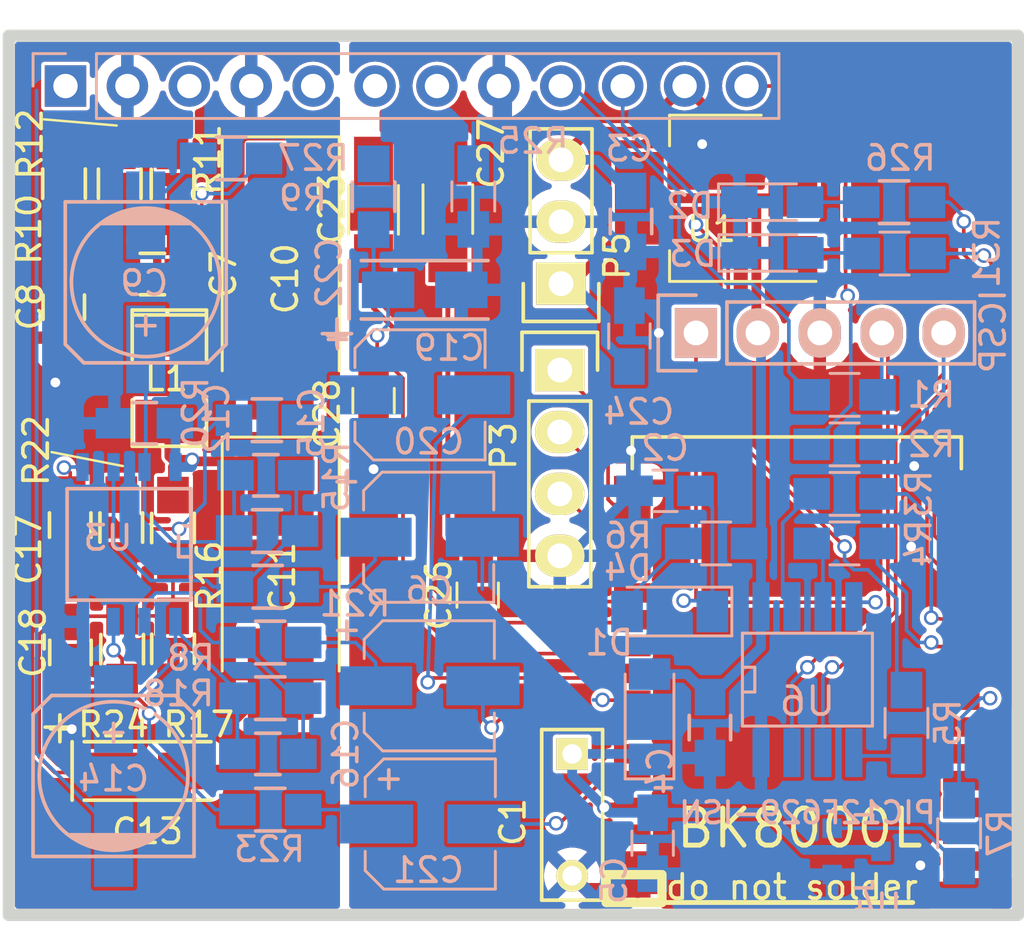
<source format=kicad_pcb>
(kicad_pcb (version 20211014) (generator pcbnew)
  (title_block (date "25 feb 2014"))
  (layers (0 "F.Cu" signal "Front") (31 "B.Cu" signal "Back") (34 "B.Paste" user) (35 "F.Paste" user) (36 "B.SilkS" user "B.Silkscreen") (37 "F.SilkS" user "F.Silkscreen") (38 "B.Mask" user) (39 "F.Mask" user) (44 "Edge.Cuts" user))
  (net 0 "")
  (net 1 "+5V")
  (net 2 "/DataOut")
  (net 3 "GND")
  (net 4 "+12V")
  (net 5 "/BT_RESET")
  (net 6 "+BATT")
  (net 7 "/BTOUTL")
  (net 8 "/BTOUTR")
  (net 9 "Net-(C8-Pad1)")
  (net 10 "/AOUTL")
  (net 11 "/AOUTR")
  (net 12 "GNDA")
  (net 13 "+12C")
  (net 14 "/VGND")
  (net 15 "/DataIn")
  (net 16 "/Clock")
  (net 17 "Net-(C7-Pad1)")
  (net 18 "Net-(C15-Pad1)")
  (net 19 "Net-(C14-Pad1)")
  (net 20 "Net-(C15-Pad2)")
  (net 21 "Net-(C16-Pad2)")
  (net 22 "Net-(C17-Pad1)")
  (net 23 "Net-(C18-Pad1)")
  (net 24 "Net-(C19-Pad1)")
  (net 25 "Net-(C21-Pad1)")
  (net 26 "/MIC_BIAS")
  (net 27 "/CDC_ENA_12V")
  (net 28 "/BTOUTRN")
  (net 29 "/BTOUTLN")
  (net 30 "/MICP")
  (net 31 "/MIC_IN2")
  (net 32 "/MICN")
  (net 33 "/MIC_IN1")
  (net 34 "Net-(D2-Pad2)")
  (net 35 "Net-(D3-Pad2)")
  (net 36 "/LED1")
  (net 37 "/LED2")
  (net 38 "/IN_DETECT")
  (net 39 "/INR")
  (net 40 "/INL")
  (net 41 "Net-(R5-Pad1)")
  (net 42 "Net-(R7-Pad1)")
  (net 43 "Net-(J1-Pad1)")
  (net 44 "Net-(J2-Pad1)")
  (net 45 "Net-(J3-Pad1)")
  (net 46 "Net-(J4-Pad1)")
  (net 47 "Net-(J5-Pad1)")
  (net 48 "Net-(C6-Pad1)")
  (net 49 "Net-(C20-Pad1)")
  (net 50 "Net-(D4-Pad2)")
  (net 51 "/PCLK")
  (net 52 "/PDATA")
  (net 53 "/RESET")
  (net 54 "/RX")
  (net 55 "Net-(R3-Pad2)")
  (net 56 "/TX")
  (net 57 "Net-(R4-Pad2)")
  (footprint "Resistors_SMD:R_0805_HandSoldering" (layer "F.Cu") (at 71.608 142.7188 90)
    (fp_text reference "R10")
    (fp_text value "39R")
  )
  (footprint "Resistors_SMD:R_0805_HandSoldering" (layer "F.Cu") (at 76.06062 142.73022 90)
    (fp_text reference "R11")
    (fp_text value "47k")
  )
  (footprint "Resistors_SMD:R_0805_HandSoldering" (layer "F.Cu") (at 76.0784 156.84754 90)
    (fp_text reference "R16")
    (fp_text value "100k")
  )
  (footprint "Capacitors_SMD:C_0805_HandSoldering" (layer "F.Cu") (at 71.87216 161.95168 90)
    (fp_text reference "C18")
    (fp_text value "33p")
  )
  (footprint "Resistors_SMD:R_0805_HandSoldering" (layer "F.Cu") (at 73.9575 156.8285 90)
    (fp_text reference "R22")
    (fp_text value "47k")
  )
  (footprint "Resistors_SMD:R_0805_HandSoldering" (layer "F.Cu") (at 73.99306 161.81706 -90)
    (fp_text reference "R24")
    (fp_text value "47k")
  )
  (footprint "Capacitors_SMD:C_0805_HandSoldering" (layer "F.Cu") (at 75.23258 146.42846 180)
    (fp_text reference "C7")
    (fp_text value "100n")
  )
  (footprint "Capacitors_SMD:C_0805_HandSoldering" (layer "F.Cu") (at 71.59784 147.78736 -90)
    (fp_text reference "C8")
    (fp_text value "100n")
  )
  (footprint "Capacitors_SMD:C_0805_HandSoldering" (layer "F.Cu") (at 84.308 151.618 -90)
    (fp_text reference "C28")
    (fp_text value "100n")
  )
  (footprint "Pin_Headers.pretty:Pin_Header_Straight_1x04" (layer "F.Cu") (at 91.948 150.368)
    (fp_text reference "P3")
    (fp_text value "CONN_4" hide)
  )
  (footprint "Resistors_SMD:R_0805_HandSoldering" (layer "F.Cu") (at 73.894 142.7226 90)
    (fp_text reference "R12")
    (fp_text value "47k")
  )
  (footprint "Capacitors_Tantalum_SMD.pretty:TantalC_SizeA_EIA-3216_Wave" (layer "F.Cu") (at 75.037 166.8145)
    (fp_text reference "C13")
    (fp_text value "4u7/10V")
  )
  (footprint "modules:F-6188_nosilk" (layer "F.Cu") (at 108.42244 153.1112 180)
    (fp_text reference "U2" hide)
    (fp_text value "F-6188" hide)
  )
  (footprint "Pin_Headers.pretty:Pin_Header_Straight_1x03" (layer "F.Cu") (at 92 146.822 180)
    (fp_text reference "P5")
    (fp_text value "LM7805" hide)
  )
  (footprint "Capacitors_SMD:C_1206_HandSoldering" (layer "F.Cu") (at 87.356 143.764 90)
    (fp_text reference "C27")
    (fp_text value "1u/10V")
  )
  (footprint "Capacitors_SMD:C_1206_HandSoldering" (layer "F.Cu") (at 84.308 143.7955 90)
    (fp_text reference "C23")
    (fp_text value "1u/10V")
  )
  (footprint "Resistors_SMD:R_0805_HandSoldering" (layer "F.Cu") (at 76.08094 161.80436 90)
    (fp_text reference "R17")
    (fp_text value "100k")
  )
  (footprint "Capacitors_SMD:C_0805_HandSoldering" (layer "F.Cu") (at 88.58 159.6 90)
    (fp_text reference "C26")
    (fp_text value "10n")
  )
  (footprint "SMD_Packages:SMD-1210_Pol" (layer "F.Cu") (at 75.93 150.7 -90)
    (fp_text reference "L1")
    (fp_text value "330u")
  )
  (footprint "modules:1pin_smd" (layer "F.Cu") (at 109.9185 170.4975)
    (fp_text reference "J1" hide)
    (fp_text value "Ant")
  )
  (footprint "modules:1pin_smd" (layer "F.Cu") (at 109.9185 168.3385)
    (fp_text reference "J2" hide)
    (fp_text value "TMS")
  )
  (footprint "modules:1pin_smd" (layer "F.Cu") (at 109.9185 167.1955)
    (fp_text reference "J3" hide)
    (fp_text value "TCK")
  )
  (footprint "modules:1pin_smd" (layer "F.Cu") (at 109.9185 166.0525)
    (fp_text reference "J4" hide)
    (fp_text value "TDO")
  )
  (footprint "modules:1pin_smd" (layer "F.Cu") (at 109.9185 164.9095)
    (fp_text reference "J5" hide)
    (fp_text value "TDI")
  )
  (footprint "Capacitors_Tantalum_SMD:CP_Tantalum_Case-D_EIA-7343-31_Hand" (layer "F.Cu") (at 80.498 159.0675 -90)
    (fp_text reference "C11")
    (fp_text value "100u/16V")
  )
  (footprint "Capacitors_Tantalum_SMD:CP_Tantalum_Case-D_EIA-7343-31_Hand" (layer "F.Cu") (at 80.498 146.7485 -90)
    (fp_text reference "C10")
    (fp_text value "100u/16V")
  )
  (footprint "Capacitors_SMD:C_0805_HandSoldering" (layer "F.Cu") (at 71.862 156.7269 -90)
    (fp_text reference "C17")
    (fp_text value "33p")
  )
  (footprint "Capacitors_ThroughHole.pretty:C_Rect_L7_W2.5_P5" (layer "F.Cu") (at 92.456 166.116 -90)
    (fp_text reference "C1")
    (fp_text value "100u/16V")
  )
  (footprint "TO_SOT_Packages_SMD:SOT-223-3_TabPin2" (layer "F.Cu") (at 98.3615 143.3195 180)
    (fp_text reference "U1")
    (fp_text value "AP1117")
  )
  (footprint "Capacitors_SMD:C_0805_HandSoldering" (layer "B.Cu") (at 94.869 144.272 -90)
    (fp_text reference "C3")
    (fp_text value "100n")
  )
  (footprint "Capacitors_SMD:CP_Elec_5x5.8" (layer "B.Cu") (at 86.594 163.322)
    (fp_text reference "C6")
    (fp_text value "1m/16V")
  )
  (footprint "Capacitors_SMD:c_elec_6.3x5.7" (layer "B.Cu") (at 74.9608 146.76882 -90)
    (fp_text reference "C9")
    (fp_text value "4.7m/25V")
  )
  (footprint "Resistors_SMD:R_0805_HandSoldering" (layer "B.Cu") (at 80.07 161.544)
    (fp_text reference "R8")
    (fp_text value "2k2")
  )
  (footprint "Resistors_SMD:R_0805_HandSoldering" (layer "B.Cu") (at 79.9392 156.972 180)
    (fp_text reference "R15")
    (fp_text value "47k")
  )
  (footprint "SMD_Packages:SOIC-8-N" (layer "B.Cu") (at 74.275 157.52064 180)
    (fp_text reference "U3")
    (fp_text value "TL072")
  )
  (footprint "Capacitors_SMD:C_0805_HandSoldering" (layer "B.Cu") (at 79.8884 154.686)
    (fp_text reference "C15")
    (fp_text value "33p")
  )
  (footprint "Capacitors_SMD:C_0805_HandSoldering" (layer "B.Cu") (at 79.97 166.116)
    (fp_text reference "C16")
    (fp_text value "33p")
  )
  (footprint "Capacitors_SMD:CP_Elec_5x5.8" (layer "B.Cu") (at 86.5686 157.226)
    (fp_text reference "C20")
    (fp_text value "1m/16V")
  )
  (footprint "Resistors_SMD:R_0805_HandSoldering" (layer "B.Cu") (at 80.07 163.83 180)
    (fp_text reference "R18")
    (fp_text value "47k")
  )
  (footprint "Resistors_SMD:R_0805_HandSoldering" (layer "B.Cu") (at 79.9646 159.258)
    (fp_text reference "R21")
    (fp_text value "2k2")
  )
  (footprint "Resistors_SMD:R_0805_HandSoldering" (layer "B.Cu") (at 80.07 168.402 180)
    (fp_text reference "R23")
    (fp_text value "2k2")
  )
  (footprint "Diodes_SMD:D_MiniMELF" (layer "B.Cu") (at 95.631 164.592 90)
    (fp_text reference "D1")
    (fp_text value "1N4148")
  )
  (footprint "Resistors_SMD:R_0805_HandSoldering" (layer "B.Cu") (at 108.331 169.371 90)
    (fp_text reference "R7")
    (fp_text value "1k")
  )
  (footprint "Resistors_SMD:R_0805_HandSoldering" (layer "B.Cu") (at 78.466 141.6812 180)
    (fp_text reference "R9")
    (fp_text value "39R")
  )
  (footprint "Capacitors_SMD:CP_Elec_5x5.8" (layer "B.Cu") (at 86.213 151.384)
    (fp_text reference "C19")
    (fp_text value "1m/16V")
  )
  (footprint "Capacitors_SMD:c_elec_6.3x5.7" (layer "B.Cu") (at 73.64 167.02024 90)
    (fp_text reference "C14")
    (fp_text value "4.7m/25V")
  )
  (footprint "Capacitors_SMD:C_0805_HandSoldering" (layer "B.Cu") (at 98.1075 165.0365 -90)
    (fp_text reference "C4")
    (fp_text value "100n")
  )
  (footprint "Pin_Headers:Pin_Header_Straight_1x12_Pitch2.54mm" (layer "B.Cu") (at 71.66864 138.71448 -90)
    (fp_text reference "P1" hide)
    (fp_text value "CONN_10")
  )
  (footprint "Resistors_SMD:R_0805_HandSoldering" (layer "B.Cu") (at 105.68304 145.58772 180)
    (fp_text reference "R31")
    (fp_text value "1k")
  )
  (footprint "LEDs:LED_0805_HandSoldering" (layer "B.Cu") (at 100.67416 145.56232)
    (fp_text reference "D3")
    (fp_text value "LED")
  )
  (footprint "Resistors_SMD:R_0805_HandSoldering" (layer "B.Cu") (at 105.66272 143.47952 180)
    (fp_text reference "R26")
    (fp_text value "1k")
  )
  (footprint "Capacitors_SMD:C_0805_HandSoldering" (layer "B.Cu") (at 95.758 169.779 -90)
    (fp_text reference "C5")
    (fp_text value "100n")
  )
  (footprint "TO_SOT_Packages_SMD.pretty:SOT-23" (layer "B.Cu") (at 104.12476 170.114 90)
    (fp_text reference "U4")
    (fp_text value "MAX809")
  )
  (footprint "Resistors_SMD:R_0805_HandSoldering" (layer "B.Cu") (at 88.39944 143.24584 90)
    (fp_text reference "R25")
    (fp_text value "2k(0?)")
  )
  (footprint "Resistors_SMD:R_0805_HandSoldering" (layer "B.Cu") (at 84.308 143.256 -90)
    (fp_text reference "R27")
    (fp_text value "2k(3k9)")
  )
  (footprint "Capacitors_Tantalum_SMD.pretty:TantalC_SizeA_EIA-3216_Wave" (layer "B.Cu") (at 86.405 147.075)
    (fp_text reference "C22")
    (fp_text value "4u7/10V")
  )
  (footprint "Resistors_SMD:R_0805_HandSoldering" (layer "B.Cu") (at 79.93 152.425 180)
    (fp_text reference "R20")
    (fp_text value "2k2")
  )
  (footprint "Capacitors_SMD:C_0805_HandSoldering" (layer "B.Cu") (at 94.8055 148.971 90)
    (fp_text reference "C24")
    (fp_text value "100n")
  )
  (footprint "LEDs:LED_0805_HandSoldering" (layer "B.Cu") (at 100.65892 143.47952)
    (fp_text reference "D2")
    (fp_text value "LED")
  )
  (footprint "Pin_Headers.pretty:Pin_Header_Straight_1x05" (layer "B.Cu") (at 97.536 148.844 -90)
    (fp_text reference "P2" hide)
    (fp_text value "ICSP")
  )
  (footprint "Capacitors_SMD:C_0805_HandSoldering" (layer "B.Cu") (at 74.905 152.55 180)
    (fp_text reference "C12")
    (fp_text value "100n")
  )
  (footprint "Resistors_SMD:R_0805_HandSoldering" (layer "B.Cu") (at 103.632 157.48 180)
    (fp_text reference "R4")
    (fp_text value "1k")
  )
  (footprint "Resistors_SMD:R_0805_HandSoldering" (layer "B.Cu") (at 103.632 153.416 180)
    (fp_text reference "R2")
    (fp_text value "3k3")
  )
  (footprint "Resistors_SMD:R_0805_HandSoldering" (layer "B.Cu") (at 103.632 155.448 180)
    (fp_text reference "R3")
    (fp_text value "1k")
  )
  (footprint "Capacitors_SMD:CP_Elec_5x5.8" (layer "B.Cu") (at 86.63464 168.99128)
    (fp_text reference "C21")
    (fp_text value "1m/16V")
  )
  (footprint "Diodes_SMD:D_MiniMELF" (layer "B.Cu") (at 96.4565 160.274 180)
    (fp_text reference "D4")
    (fp_text value "1N4148")
  )
  (footprint "Resistors_SMD:R_0805_HandSoldering" (layer "B.Cu") (at 103.632 151.384 180)
    (fp_text reference "R1")
    (fp_text value "3k3")
  )
  (footprint "Resistors_SMD:R_0805_HandSoldering" (layer "B.Cu") (at 106.172 164.846 90)
    (fp_text reference "R5")
    (fp_text value "3k3")
  )
  (footprint "Capacitors_SMD:C_0805_HandSoldering" (layer "B.Cu") (at 96.266 155.321 180)
    (fp_text reference "C2")
    (fp_text value "1uF/16V")
  )
  (footprint "Resistors_SMD:R_0805_HandSoldering" (layer "B.Cu") (at 98.3615 157.48)
    (fp_text reference "R6")
    (fp_text value "10k")
  )
  (footprint "modules:SOIC-8-W_long_pads" (layer "B.Cu") (at 102.108 163.068)
    (fp_text reference "U6")
    (fp_text value "PIC12F629-ISN")
  )
  (gr_line (start 96.139 171.069) (end 96.139 172.212) (layer "F.SilkS") (width 0.381))
  (gr_line (start 93.853 172.212) (end 93.853 171.069) (layer "F.SilkS") (width 0.381))
  (gr_line (start 93.853 171.069) (end 96.139 171.069) (layer "F.SilkS") (width 0.381))
  (gr_line (start 96.139 172.212) (end 106.426 172.212) (layer "F.SilkS") (width 0.2))
  (gr_line (start 71.1 153.7335) (end 74.021 154.305) (layer "F.SilkS") (width 0.1))
  (gr_line (start 96.139 172.212) (end 93.853 172.212) (layer "F.SilkS") (width 0.381))
  (gr_line (start 70.7825 140.081) (end 73.767 140.335) (layer "F.SilkS") (width 0.1))
  (gr_line (start 69.342 136.652) (end 69.342 172.72) (layer "Edge.Cuts") (width 0.5))
  (gr_line (start 110.744 172.72) (end 110.744 136.652) (layer "Edge.Cuts") (width 0.5))
  (gr_line (start 110.744 136.652) (end 69.342 136.652) (layer "Edge.Cuts") (width 0.5))
  (gr_line (start 69.342 172.72) (end 110.744 172.72) (layer "Edge.Cuts") (width 0.5))
  (gr_text "do not solder" (at 101.473 171.577) (layer "F.SilkS") (effects (font (size 1 1))))
  (gr_text "BK8000L" (at 101.7905 169.164) (layer "F.SilkS") (effects (font (size 1.524 1.524) (thickness 0.2))))
  (segment (start 95.2115 144.0565) (end 95.2115 143.3195) (width 0.4) (layer "F.Cu") (net 1))
  (segment (start 92 146.822) (end 92.446 146.822) (width 0.4) (layer "F.Cu") (net 1))
  (segment (start 100.0125 148.7805) (end 100.076 148.844) (width 0.4) (layer "F.Cu") (net 1))
  (segment (start 95.2115 144.9885) (end 95.2115 143.3195) (width 0.4) (layer "F.Cu") (net 1))
  (segment (start 101.5115 143.3195) (end 100.0125 143.3195) (width 0.4) (layer "F.Cu") (net 1))
  (segment (start 92.446 146.822) (end 95.2115 144.0565) (width 0.4) (layer "F.Cu") (net 1))
  (segment (start 100.0125 143.3195) (end 95.2115 143.3195) (width 0.4) (layer "F.Cu") (net 1))
  (segment (start 100.0125 143.3195) (end 100.0125 148.7805) (width 0.4) (layer "F.Cu") (net 1))
  (segment (start 100.203 161.7345) (end 100.203 160.068) (width 0.4) (layer "B.Cu") (net 1))
  (segment (start 98.1075 163.7865) (end 98.151 163.7865) (width 0.4) (layer "B.Cu") (net 1))
  (segment (start 100.203 148.971) (end 100.076 148.844) (width 0.4) (layer "B.Cu") (net 1))
  (segment (start 92.466 146.822) (end 92 146.822) (width 0.4) (layer "B.Cu") (net 1))
  (segment (start 100.203 160.068) (end 100.203 157.48) (width 0.4) (layer "B.Cu") (net 1))
  (segment (start 98.151 163.7865) (end 100.203 161.7345) (width 0.4) (layer "B.Cu") (net 1))
  (segment (start 97.163 162.842) (end 98.1075 163.7865) (width 0.4) (layer "B.Cu") (net 1))
  (segment (start 100.203 157.48) (end 100.203 148.971) (width 0.4) (layer "B.Cu") (net 1))
  (segment (start 99.7115 157.48) (end 100.203 157.48) (width 0.4) (layer "B.Cu") (net 1))
  (segment (start 93.830989 148.186989) (end 92.466 146.822) (width 0.4) (layer "B.Cu") (net 1))
  (segment (start 93.830989 149.246489) (end 93.830989 148.186989) (width 0.4) (layer "B.Cu") (net 1))
  (segment (start 95.631 162.842) (end 97.163 162.842) (width 0.4) (layer "B.Cu") (net 1))
  (segment (start 94.8055 150.221) (end 93.830989 149.246489) (width 0.4) (layer "B.Cu") (net 1))
  (segment (start 94.5261 138.71702) (end 94.52864 138.71448) (width 0.15) (layer "F.Cu") (net 2))
  (segment (start 98.8568 145.7198) (end 97.536 144.399) (width 0.15) (layer "F.Cu") (net 2))
  (segment (start 98.8568 152.8318) (end 98.8568 145.7198) (width 0.15) (layer "F.Cu") (net 2))
  (segment (start 103.632 157.607) (end 98.8568 152.8318) (width 0.15) (layer "F.Cu") (net 2))
  (via (at 103.632 157.607) (size 0.6) (drill 0.4) (layers "F.Cu" "B.Cu") (net 2))
  (via (at 97.536 144.399) (size 0.6) (drill 0.4) (layers "F.Cu" "B.Cu") (net 2))
  (segment (start 106.172 163.496) (end 105.773999 163.097999) (width 0.15) (layer "B.Cu") (net 2))
  (segment (start 105.773999 159.748999) (end 104.5845 158.5595) (width 0.15) (layer "B.Cu") (net 2))
  (segment (start 97.409 143.1925) (end 94.52864 140.31214) (width 0.15) (layer "B.Cu") (net 2))
  (segment (start 104.013 158.5595) (end 103.632 158.1785) (width 0.15) (layer "B.Cu") (net 2))
  (segment (start 104.5845 158.5595) (end 104.013 158.5595) (width 0.15) (layer "B.Cu") (net 2))
  (segment (start 94.52864 140.31214) (end 94.52864 138.71448) (width 0.15) (layer "B.Cu") (net 2))
  (segment (start 97.536 144.399) (end 97.536 143.3195) (width 0.15) (layer "B.Cu") (net 2))
  (segment (start 103.632 158.1785) (end 103.632 157.607) (width 0.15) (layer "B.Cu") (net 2))
  (segment (start 97.536 143.3195) (end 97.409 143.1925) (width 0.15) (layer "B.Cu") (net 2))
  (segment (start 105.773999 163.097999) (end 105.773999 159.748999) (width 0.15) (layer "B.Cu") (net 2))
  (segment (start 89.4969 138.76274) (end 89.44864 138.71448) (width 0.4) (layer "F.Cu") (net 3))
  (segment (start 106.7435 171.2595) (end 107.0952 171.6112) (width 0.4) (layer "F.Cu") (net 3))
  (segment (start 94.8525 171.68114) (end 94.92244 171.6112) (width 0.4) (layer "F.Cu") (net 3))
  (segment (start 102.616 148.844) (end 102.616 146.724) (width 0.4) (layer "F.Cu") (net 3))
  (segment (start 84.308 152.868) (end 84.308 154.432) (width 0.4) (layer "F.Cu") (net 3))
  (segment (start 107.0952 171.6112) (end 108.42244 171.6112) (width 0.4) (layer "F.Cu") (net 3))
  (segment (start 94.92244 171.6112) (end 105.8203 171.6112) (width 0.4) (layer "F.Cu") (net 3))
  (segment (start 94.92244 155.1112) (end 94.467438 155.1112) (width 0.4) (layer "F.Cu") (net 3))
  (segment (start 106.7435 169.94014) (end 106.7435 170.688) (width 0.4) (layer "F.Cu") (net 3))
  (segment (start 94.92244 155.1112) (end 94.92244 153.72344) (width 0.4) (layer "F.Cu") (net 3))
  (segment (start 106.7435 170.688) (end 106.7435 171.2595) (width 0.4) (layer "F.Cu") (net 3))
  (segment (start 92.9512 171.6112) (end 92.456 171.116) (width 0.4) (layer "F.Cu") (net 3))
  (segment (start 94.92244 171.6112) (end 92.9512 171.6112) (width 0.4) (layer "F.Cu") (net 3))
  (segment (start 108.458 155.07564) (end 108.42244 155.1112) (width 0.4) (layer "F.Cu") (net 3))
  (segment (start 107.27244 169.4112) (end 106.7435 169.94014) (width 0.4) (layer "F.Cu") (net 3))
  (segment (start 94.92244 153.72344) (end 94.869 153.67) (width 0.4) (layer "F.Cu") (net 3))
  (segment (start 105.8203 171.6112) (end 106.7435 170.688) (width 0.4) (layer "F.Cu") (net 3))
  (segment (start 102.616 146.724) (end 101.5115 145.6195) (width 0.4) (layer "F.Cu") (net 3))
  (segment (start 108.42244 169.4112) (end 107.27244 169.4112) (width 0.4) (layer "F.Cu") (net 3))
  (segment (start 95.144587 171.833347) (end 94.92244 171.6112) (width 0.4) (layer "F.Cu") (net 3))
  (via (at 84.308 154.432) (size 0.6) (drill 0.4) (layers "F.Cu" "B.Cu") (net 3))
  (via (at 97.79 141.097) (size 0.6) (drill 0.4) (layers "F.Cu" "B.Cu") (net 3))
  (via (at 96.012 148.844) (size 0.6) (drill 0.4) (layers "F.Cu" "B.Cu") (net 3))
  (via (at 106.4895 154.305) (size 0.6) (drill 0.4) (layers "F.Cu" "B.Cu") (net 3))
  (via (at 106.7435 170.688) (size 0.6) (drill 0.4) (layers "F.Cu" "B.Cu") (net 3))
  (via (at 94.869 153.67) (size 0.6) (drill 0.4) (layers "F.Cu" "B.Cu") (net 3))
  (via (at 106.3625 157.607) (size 0.6) (drill 0.4) (layers "F.Cu" "B.Cu") (net 3))
  (segment (start 99.30892 143.47952) (end 99.79152 143.47952) (width 0.4) (layer "B.Cu") (net 3))
  (segment (start 88.58028 144.77668) (end 88.39944 144.59584) (width 0.4) (layer "B.Cu") (net 3))
  (segment (start 89.789 144.0815) (end 89.789 139.05484) (width 0.4) (layer "B.Cu") (net 3))
  (segment (start 92 144.282) (end 93.482 144.282) (width 0.4) (layer "B.Cu") (net 3))
  (segment (start 94.869 153.67) (end 94.869 155.174) (width 0.4) (layer "B.Cu") (net 3))
  (segment (start 99.30892 143.47952) (end 99.30892 142.42952) (width 0.4) (layer "B.Cu") (net 3))
  (segment (start 99.32416 143.49476) (end 99.30892 143.47952) (width 0.4) (layer "B.Cu") (net 3))
  (segment (start 94.869 145.522) (end 94.869 146.672) (width 0.4) (layer "B.Cu") (net 3))
  (segment (start 97.831511 141.138511) (end 97.79 141.097) (width 0.4) (layer "B.Cu") (net 3))
  (segment (start 88.39944 144.59584) (end 89.57216 144.59584) (width 0.4) (layer "B.Cu") (net 3))
  (segment (start 99.30892 142.42952) (end 98.017911 141.138511) (width 0.4) (layer "B.Cu") (net 3))
  (segment (start 89.57216 144.59584) (end 89.886 144.282) (width 0.4) (layer "B.Cu") (net 3))
  (segment (start 99.32416 145.56232) (end 99.32416 143.49476) (width 0.4) (layer "B.Cu") (net 3))
  (segment (start 92.349 157.988) (end 95.016 155.321) (width 0.4) (layer "B.Cu") (net 3))
  (segment (start 94.869 147.574) (end 94.869 147.113) (width 0.4) (layer "B.Cu") (net 3))
  (segment (start 91.948 157.988) (end 92.349 157.988) (width 0.4) (layer "B.Cu") (net 3))
  (segment (start 94.869 155.174) (end 95.016 155.321) (width 0.4) (layer "B.Cu") (net 3))
  (segment (start 94.869 153.67) (end 96.012 152.527) (width 0.4) (layer "B.Cu") (net 3))
  (segment (start 98.017911 141.138511) (end 97.831511 141.138511) (width 0.4) (layer "B.Cu") (net 3))
  (segment (start 89.906 144.282) (end 92 144.282) (width 0.4) (layer "B.Cu") (net 3))
  (segment (start 96.012 148.844) (end 96.012 148.263429) (width 0.4) (layer "B.Cu") (net 3))
  (segment (start 89.789 139.05484) (end 89.44864 138.71448) (width 0.4) (layer "B.Cu") (net 3))
  (segment (start 94.869 146.672) (end 94.869 147.574) (width 0.4) (layer "B.Cu") (net 3))
  (segment (start 94.722 145.522) (end 94.869 145.522) (width 0.4) (layer "B.Cu") (net 3))
  (segment (start 96.012 148.263429) (end 95.469571 147.721) (width 0.4) (layer "B.Cu") (net 3))
  (segment (start 93.482 144.282) (end 94.722 145.522) (width 0.4) (layer "B.Cu") (net 3))
  (segment (start 95.469571 147.721) (end 94.8055 147.721) (width 0.4) (layer "B.Cu") (net 3))
  (segment (start 96.012 152.527) (end 96.012 148.844) (width 0.4) (layer "B.Cu") (net 3))
  (segment (start 88.58028 147.066) (end 88.58028 144.77668) (width 0.4) (layer "B.Cu") (net 3))
  (segment (start 78.466 147.086) (end 78.466 145.3905) (width 0.4) (layer "F.Cu") (net 4))
  (segment (start 76.63 148.922) (end 78.466 147.086) (width 0.4) (layer "F.Cu") (net 4))
  (segment (start 81.1965 140.9065) (end 81.514 140.589) (width 0.4) (layer "F.Cu") (net 4))
  (segment (start 75.93 148.922) (end 76.63 148.922) (width 0.4) (layer "F.Cu") (net 4))
  (segment (start 78.466 145.3905) (end 81.1965 142.66) (width 0.4) (layer "F.Cu") (net 4))
  (segment (start 81.1965 142.66) (end 81.1965 140.9065) (width 0.4) (layer "F.Cu") (net 4))
  (segment (start 108.50364 163.83) (end 108.42244 163.9112) (width 0.15) (layer "F.Cu") (net 5))
  (segment (start 109.601 163.83) (end 108.50364 163.83) (width 0.15) (layer "F.Cu") (net 5))
  (segment (start 108.08724 163.576) (end 108.42244 163.9112) (width 0.15) (layer "F.Cu") (net 5))
  (via (at 109.601 163.83) (size 0.6) (drill 0.4) (layers "F.Cu" "B.Cu") (net 5))
  (segment (start 108.331 164.719) (end 109.22 163.83) (width 0.15) (layer "B.Cu") (net 5))
  (segment (start 108.331 168.021) (end 108.331 164.719) (width 0.15) (layer "B.Cu") (net 5))
  (segment (start 109.22 163.83) (end 109.601 163.83) (width 0.15) (layer "B.Cu") (net 5))
  (segment (start 94.92244 168.3112) (end 93.77244 168.3112) (width 0.4) (layer "F.Cu") (net 6))
  (via (at 93.77244 168.3112) (size 0.6) (drill 0.4) (layers "F.Cu" "B.Cu") (net 6))
  (segment (start 95.758 168.529) (end 93.99024 168.529) (width 0.4) (layer "B.Cu") (net 6))
  (segment (start 105.06198 170.053) (end 105.12298 170.114) (width 0.4) (layer "B.Cu") (net 6))
  (segment (start 92.456 166.99476) (end 93.77244 168.3112) (width 0.4) (layer "B.Cu") (net 6))
  (segment (start 100.457 168.529) (end 101.981 170.053) (width 0.4) (layer "B.Cu") (net 6))
  (segment (start 92.456 166.116) (end 95.405 166.116) (width 0.4) (layer "B.Cu") (net 6))
  (segment (start 95.758 168.529) (end 100.457 168.529) (width 0.4) (layer "B.Cu") (net 6))
  (segment (start 101.981 170.053) (end 105.06198 170.053) (width 0.4) (layer "B.Cu") (net 6))
  (segment (start 93.99024 168.529) (end 93.77244 168.3112) (width 0.4) (layer "B.Cu") (net 6))
  (segment (start 92.456 166.116) (end 92.456 166.99476) (width 0.4) (layer "B.Cu") (net 6))
  (segment (start 95.405 166.116) (end 95.631 166.342) (width 0.4) (layer "B.Cu") (net 6))
  (segment (start 93.7 163.9) (end 93.7112 163.9112) (width 0.15) (layer "F.Cu") (net 7))
  (segment (start 93.7112 163.9112) (end 94.92244 163.9112) (width 0.15) (layer "F.Cu") (net 7))
  (via (at 93.7 163.9) (size 0.6) (drill 0.4) (layers "F.Cu" "B.Cu") (net 7))
  (segment (start 88.7686 159.3636) (end 88.7686 157.226) (width 0.15) (layer "B.Cu") (net 7))
  (segment (start 93.7 163.9) (end 93.325 163.9) (width 0.15) (layer "B.Cu") (net 7))
  (segment (start 88.76824 157.226) (end 87.954 157.226) (width 0.15) (layer "B.Cu") (net 7))
  (segment (start 89.4896 164.6936) (end 89.14924 165.03396) (width 0.15) (layer "F.Cu") (net 8))
  (segment (start 94.92244 165.0112) (end 94.60484 164.6936) (width 0.15) (layer "F.Cu") (net 8))
  (segment (start 94.60484 164.6936) (end 89.5096 164.6936) (width 0.15) (layer "F.Cu") (net 8))
  (via (at 89.14924 165.03396) (size 0.6) (drill 0.4) (layers "F.Cu" "B.Cu") (net 8))
  (segment (start 88.79364 164.67836) (end 88.79364 163.322) (width 0.15) (layer "B.Cu") (net 8))
  (segment (start 89.654616 163.322) (end 88.79364 163.322) (width 0.15) (layer "B.Cu") (net 8))
  (segment (start 89.14924 165.03396) (end 88.79364 164.67836) (width 0.15) (layer "B.Cu") (net 8))
  (segment (start 71.92518 146.02206) (end 71.92518 143.46014) (width 0.15) (layer "F.Cu") (net 9))
  (segment (start 74.021 141.3434) (end 72.00932 141.3434) (width 0.15) (layer "F.Cu") (net 10))
  (segment (start 70.47516 162.204162) (end 70.463239 162.192241) (width 0.15) (layer "B.Cu") (net 10))
  (segment (start 74.10736 169.77106) (end 74.10736 169.72788) (width 0.15) (layer "B.Cu") (net 10))
  (segment (start 70.47516 166.09568) (end 70.47516 162.204162) (width 0.15) (layer "B.Cu") (net 10))
  (segment (start 74.10736 169.72788) (end 70.47516 166.09568) (width 0.15) (layer "B.Cu") (net 10))
  (segment (start 70.483239 162.192241) (end 70.483239 138.899881) (width 0.15) (layer "B.Cu") (net 10))
  (segment (start 76.72864 140.7122) (end 76.06062 141.38022) (width 0.15) (layer "F.Cu") (net 11))
  (segment (start 74.9608 144.018) (end 74.9608 143.8364) (width 0.15) (layer "B.Cu") (net 11))
  (segment (start 74.9608 143.8364) (end 77.116 141.6812) (width 0.15) (layer "B.Cu") (net 11))
  (segment (start 76.01998 166.497) (end 76.01998 164.81552) (width 0.4) (layer "F.Cu") (net 12))
  (segment (start 75.654459 165.115001) (end 75.70248 165.06698) (width 0.4) (layer "F.Cu") (net 12))
  (segment (start 75.654459 165.115001) (end 75.98696 164.7825) (width 0.4) (layer "F.Cu") (net 12))
  (segment (start 76.01998 163.21532) (end 76.01998 164.37102) (width 0.4) (layer "F.Cu") (net 12))
  (segment (start 73.894 144.0726) (end 73.894 146.33988) (width 0.4) (layer "F.Cu") (net 12))
  (segment (start 75.98696 164.7825) (end 78.558 164.7825) (width 0.4) (layer "F.Cu") (net 12))
  (segment (start 75.639458 165.1) (end 71.9255 165.1) (width 0.4) (layer "F.Cu") (net 12))
  (segment (start 71.227 150.3048) (end 71.227 149.4082) (width 0.4) (layer "F.Cu") (net 12))
  (segment (start 73.98258 147.701) (end 73.98258 146.42846) (width 0.4) (layer "F.Cu") (net 12))
  (segment (start 73.98258 147.77242) (end 73.98258 146.42846) (width 0.4) (layer "F.Cu") (net 12))
  (segment (start 71.2524 150.876) (end 71.2524 150.3302) (width 0.4) (layer "F.Cu") (net 12))
  (segment (start 76.01998 163.21532) (end 76.08094 163.15436) (width 0.4) (layer "F.Cu") (net 12))
  (segment (start 75.98696 164.7825) (end 76.01998 164.81552) (width 0.4) (layer "F.Cu") (net 12))
  (segment (start 76.04284 143.95704) (end 73.88384 143.95704) (width 0.4) (layer "F.Cu") (net 12))
  (segment (start 76.01998 164.81552) (end 76.01998 163.21532) (width 0.4) (layer "F.Cu") (net 12))
  (segment (start 72.71764 149.03736) (end 73.98258 147.77242) (width 0.4) (layer "F.Cu") (net 12))
  (segment (start 71.2524 150.3302) (end 71.227 150.3048) (width 0.4) (layer "F.Cu") (net 12))
  (segment (start 78.558 164.7825) (end 80.498 162.8425) (width 0.4) (layer "F.Cu") (net 12))
  (segment (start 75.654459 165.115001) (end 75.639458 165.1) (width 0.4) (layer "F.Cu") (net 12))
  (segment (start 76.1973 163.038) (end 76.08094 163.15436) (width 0.4) (layer "F.Cu") (net 12))
  (segment (start 71.227 149.4082) (end 71.59784 149.03736) (width 0.4) (layer "F.Cu") (net 12))
  (segment (start 71.59784 149.03736) (end 72.71764 149.03736) (width 0.4) (layer "F.Cu") (net 12))
  (via (at 71.2524 150.876) (size 0.6) (drill 0.4) (layers "F.Cu" "B.Cu") (net 12))
  (via (at 71.9255 165.1) (size 0.6) (drill 0.4) (layers "F.Cu" "B.Cu") (net 12))
  (segment (start 73.655 152.55) (end 71.155 152.55) (width 0.4) (layer "B.Cu") (net 12))
  (segment (start 71.2524 150.876) (end 71.227 141.67612) (width 0.4) (layer "B.Cu") (net 12))
  (segment (start 72.37 164.6555) (end 72.225499 164.800001) (width 0.4) (layer "B.Cu") (net 12))
  (segment (start 71.155 152.55) (end 70.927001 152.777999) (width 0.4) (layer "B.Cu") (net 12))
  (segment (start 70.927001 150.731499) (end 70.927001 152.777999) (width 0.4) (layer "B.Cu") (net 12))
  (segment (start 72.225499 164.800001) (end 71.9255 165.1) (width 0.4) (layer "B.Cu") (net 12))
  (segment (start 71.2524 150.876) (end 70.927001 150.731499) (width 0.4) (layer "B.Cu") (net 12))
  (segment (start 70.927001 152.777999) (end 70.927001 159.906641) (width 0.4) (layer "B.Cu") (net 12))
  (segment (start 71.716 160.69564) (end 72.37 160.69564) (width 0.4) (layer "B.Cu") (net 12))
  (segment (start 72.37 160.69564) (end 72.37 164.6555) (width 0.4) (layer "B.Cu") (net 12))
  (segment (start 70.927001 159.906641) (end 71.716 160.69564) (width 0.4) (layer "B.Cu") (net 12))
  (segment (start 75.93 152.478) (end 75.93 153.9) (width 0.4) (layer "F.Cu") (net 13))
  (segment (start 80.498 155.2925) (end 79.32 154.1145) (width 0.4) (layer "F.Cu") (net 13))
  (segment (start 76.0784 155.49754) (end 76.0784 155.5369) (width 0.4) (layer "F.Cu") (net 13))
  (segment (start 76.0784 155.39754) (end 76.0784 155.49754) (width 0.4) (layer "F.Cu") (net 13))
  (segment (start 76.37494 154.051) (end 76.437226 154.051) (width 0.4) (layer "F.Cu") (net 13))
  (segment (start 76.0784 155.39754) (end 76.485441 154.990499) (width 0.4) (layer "F.Cu") (net 13))
  (segment (start 76.18 152.019) (end 77.069 152.019) (width 0.4) (layer "F.Cu") (net 13))
  (segment (start 76.0784 154.34754) (end 76.37494 154.051) (width 0.4) (layer "F.Cu") (net 13))
  (segment (start 76.92499 154.1145) (end 76.86149 154.051) (width 0.4) (layer "F.Cu") (net 13))
  (segment (start 76.18 152.019) (end 77.219 152.019) (width 0.4) (layer "F.Cu") (net 13))
  (segment (start 79.32 154.1145) (end 76.92499 154.1145) (width 0.4) (layer "F.Cu") (net 13))
  (segment (start 76.081 154.051) (end 76.86149 154.051) (width 0.4) (layer "F.Cu") (net 13))
  (segment (start 76.0784 155.49754) (end 76.0784 154.34754) (width 0.4) (layer "F.Cu") (net 13))
  (segment (start 75.93 153.9) (end 76.081 154.051) (width 0.4) (layer "F.Cu") (net 13))
  (segment (start 76.437226 154.051) (end 76.86149 154.051) (width 0.4) (layer "F.Cu") (net 13))
  (via (at 76.86149 154.051) (size 0.6) (drill 0.4) (layers "F.Cu" "B.Cu") (net 13))
  (segment (start 76.18 152.575) (end 76.155 152.55) (width 0.4) (layer "B.Cu") (net 13))
  (segment (start 76.18 154.34564) (end 76.18 152.575) (width 0.4) (layer "B.Cu") (net 13))
  (segment (start 76.18 154.34564) (end 76.834 154.34564) (width 0.4) (layer "B.Cu") (net 13))
  (segment (start 76.86149 154.31815) (end 76.86149 154.051) (width 0.4) (layer "B.Cu") (net 13))
  (segment (start 76.834 154.34564) (end 76.86149 154.31815) (width 0.4) (layer "B.Cu") (net 13))
  (segment (start 72.97452 166.878) (end 71.227 166.878) (width 0.15) (layer "F.Cu") (net 14))
  (segment (start 76.0784 160.45182) (end 76.08094 160.45436) (width 0.15) (layer "F.Cu") (net 14))
  (segment (start 73.7559 157.9769) (end 73.9575 158.1785) (width 0.15) (layer "F.Cu") (net 14))
  (segment (start 73.99306 160.46706) (end 72.10678 160.46706) (width 0.15) (layer "F.Cu") (net 14))
  (segment (start 76.08094 160.45436) (end 74.00576 160.45436) (width 0.15) (layer "F.Cu") (net 14))
  (segment (start 70.592 161.20684) (end 71.09716 160.70168) (width 0.15) (layer "F.Cu") (net 14))
  (segment (start 71.09716 160.70168) (end 71.87216 160.70168) (width 0.15) (layer "F.Cu") (net 14))
  (segment (start 76.05936 158.1785) (end 76.0784 158.19754) (width 0.15) (layer "F.Cu") (net 14))
  (segment (start 71.227 166.878) (end 70.592 166.243) (width 0.15) (layer "F.Cu") (net 14))
  (segment (start 73.03802 166.8145) (end 72.97452 166.878) (width 0.15) (layer "F.Cu") (net 14))
  (segment (start 70.592 166.243) (end 70.592 161.20684) (width 0.15) (layer "F.Cu") (net 14))
  (segment (start 76.0784 158.19754) (end 76.0784 160.45182) (width 0.15) (layer "F.Cu") (net 14))
  (segment (start 74.00576 160.45436) (end 73.99306 160.46706) (width 0.15) (layer "F.Cu") (net 14))
  (segment (start 73.9575 158.1785) (end 76.05936 158.1785) (width 0.15) (layer "F.Cu") (net 14))
  (segment (start 71.862 157.9769) (end 73.7559 157.9769) (width 0.15) (layer "F.Cu") (net 14))
  (segment (start 72.10678 160.46706) (end 71.87216 160.70168) (width 0.15) (layer "F.Cu") (net 14))
  (segment (start 103.674538 147.235538) (end 103.759 147.32) (width 0.15) (layer "F.Cu") (net 15))
  (segment (start 103.674538 146.712499) (end 103.674538 147.235538) (width 0.15) (layer "F.Cu") (net 15))
  (segment (start 103.674538 146.712499) (end 103.674538 146.600538) (width 0.15) (layer "F.Cu") (net 15))
  (segment (start 103.674538 140.758538) (end 102.997 140.081) (width 0.15) (layer "F.Cu") (net 15))
  (segment (start 103.674538 146.600538) (end 103.674538 140.758538) (width 0.15) (layer "F.Cu") (net 15))
  (segment (start 101.63048 138.71448) (end 102.997 140.081) (width 0.15) (layer "F.Cu") (net 15))
  (segment (start 99.60864 138.71448) (end 101.63048 138.71448) (width 0.15) (layer "F.Cu") (net 15))
  (via (at 103.759 147.32) (size 0.6) (drill 0.4) (layers "F.Cu" "B.Cu") (net 15))
  (segment (start 102.282 153.416) (end 103.886 151.812) (width 0.15) (layer "B.Cu") (net 15))
  (segment (start 103.886 151.812) (end 103.886 147.447) (width 0.15) (layer "B.Cu") (net 15))
  (segment (start 103.886 147.447) (end 103.759 147.32) (width 0.15) (layer "B.Cu") (net 15))
  (segment (start 101.346 148.336) (end 99.822 146.812) (width 0.15) (layer "B.Cu") (net 16))
  (segment (start 92.48648 138.71448) (end 91.98864 138.71448) (width 0.15) (layer "B.Cu") (net 16))
  (segment (start 99.822 146.812) (end 98.768838 146.812) (width 0.15) (layer "B.Cu") (net 16))
  (segment (start 96.8375 144.880662) (end 96.8375 143.0655) (width 0.15) (layer "B.Cu") (net 16))
  (segment (start 98.768838 146.812) (end 96.8375 144.880662) (width 0.15) (layer "B.Cu") (net 16))
  (segment (start 102.282 151.384) (end 101.346 150.448) (width 0.15) (layer "B.Cu") (net 16))
  (segment (start 96.8375 143.0655) (end 92.48648 138.71448) (width 0.15) (layer "B.Cu") (net 16))
  (segment (start 101.346 150.448) (end 101.346 148.336) (width 0.15) (layer "B.Cu") (net 16))
  (segment (start 76.48258 145.65346) (end 77.2595 144.87654) (width 0.15) (layer "F.Cu") (net 17))
  (segment (start 76.48258 146.42846) (end 76.48258 145.65346) (width 0.15) (layer "F.Cu") (net 17))
  (segment (start 77.2595 144.87654) (end 77.2595 143.553264) (width 0.15) (layer "F.Cu") (net 17))
  (segment (start 77.2595 143.553264) (end 77.2595 143.129) (width 0.15) (layer "F.Cu") (net 17))
  (via (at 77.2595 143.129) (size 0.6) (drill 0.4) (layers "F.Cu" "B.Cu") (net 17))
  (segment (start 78.3682 143.129) (end 79.816 141.6812) (width 0.15) (layer "B.Cu") (net 17))
  (segment (start 77.2595 143.129) (end 78.3682 143.129) (width 0.15) (layer "B.Cu") (net 17))
  (segment (start 78.5892 154.1764) (end 78.6384 154.1272) (width 0.15) (layer "B.Cu") (net 18))
  (segment (start 76.1165 157.4165) (end 78.212 157.4165) (width 0.15) (layer "B.Cu") (net 18))
  (segment (start 78.5892 155.956) (end 78.5892 154.1764) (width 0.15) (layer "B.Cu") (net 18))
  (segment (start 74.91 154.34564) (end 74.91 156.21) (width 0.15) (layer "B.Cu") (net 18))
  (segment (start 78.5892 156.972) (end 78.5892 154.7352) (width 0.15) (layer "B.Cu") (net 18))
  (segment (start 78.5892 157.0393) (end 78.5892 156.972) (width 0.15) (layer "B.Cu") (net 18))
  (segment (start 74.9608 149.51964) (end 74.9608 154.29484) (width 0.15) (layer "B.Cu") (net 18))
  (segment (start 78.5892 154.7352) (end 78.6384 154.686) (width 0.15) (layer "B.Cu") (net 18))
  (segment (start 78.212 157.4165) (end 78.5892 157.0393) (width 0.15) (layer "B.Cu") (net 18))
  (segment (start 74.91 156.21) (end 76.1165 157.4165) (width 0.15) (layer "B.Cu") (net 18))
  (segment (start 74.9608 154.29484) (end 74.91 154.34564) (width 0.15) (layer "B.Cu") (net 18))
  (segment (start 76.18 161.01314) (end 78.72 163.55314) (width 0.15) (layer "B.Cu") (net 19))
  (segment (start 76.19778 162.179) (end 76.2435 162.179) (width 0.15) (layer "B.Cu") (net 19))
  (segment (start 78.72 166.116) (end 78.72 163.83) (width 0.15) (layer "B.Cu") (net 19))
  (segment (start 76.18 160.69564) (end 76.18 161.01314) (width 0.15) (layer "B.Cu") (net 19))
  (segment (start 76.2435 162.179) (end 76.18 162.1155) (width 0.15) (layer "B.Cu") (net 19))
  (segment (start 74.10736 164.26942) (end 76.19778 162.179) (width 0.15) (layer "B.Cu") (net 19))
  (segment (start 78.72 163.55314) (end 78.72 163.83) (width 0.15) (layer "B.Cu") (net 19))
  (segment (start 76.18 162.1155) (end 76.18 161.01314) (width 0.15) (layer "B.Cu") (net 19))
  (segment (start 81.2892 154.278) (end 81.1384 154.1272) (width 0.15) (layer "B.Cu") (net 20))
  (segment (start 78.6146 159.258) (end 78.9032 159.258) (width 0.15) (layer "B.Cu") (net 20))
  (segment (start 73.64 154.34564) (end 73.64 157.48) (width 0.15) (layer "B.Cu") (net 20))
  (segment (start 73.64 157.48) (end 75.164 159.004) (width 0.15) (layer "B.Cu") (net 20))
  (segment (start 78.9032 159.258) (end 81.1892 156.972) (width 0.15) (layer "B.Cu") (net 20))
  (segment (start 75.164 159.004) (end 77.4606 159.004) (width 0.15) (layer "B.Cu") (net 20))
  (segment (start 77.4606 159.004) (end 77.7146 159.258) (width 0.15) (layer "B.Cu") (net 20))
  (segment (start 77.7146 159.258) (end 78.6146 159.258) (width 0.15) (layer "B.Cu") (net 20))
  (segment (start 81.1384 154.686) (end 81.1384 156.8212) (width 0.15) (layer "B.Cu") (net 20))
  (segment (start 81.1384 156.8212) (end 81.2892 156.972) (width 0.15) (layer "B.Cu") (net 20))
  (segment (start 81.1892 156.972) (end 81.2892 156.972) (width 0.15) (layer "B.Cu") (net 20))
  (segment (start 77.196 161.036) (end 77.704 161.544) (width 0.15) (layer "B.Cu") (net 21))
  (segment (start 78.82 161.544) (end 78.72 161.544) (width 0.15) (layer "B.Cu") (net 21))
  (segment (start 81.42 163.83) (end 81.106 163.83) (width 0.15) (layer "B.Cu") (net 21))
  (segment (start 76.942 159.512) (end 77.196 159.766) (width 0.15) (layer "B.Cu") (net 21))
  (segment (start 81.42 165.916) (end 81.22 166.116) (width 0.15) (layer "B.Cu") (net 21))
  (segment (start 81.106 163.83) (end 78.82 161.544) (width 0.15) (layer "B.Cu") (net 21))
  (segment (start 74.91 159.97414) (end 75.37214 159.512) (width 0.15) (layer "B.Cu") (net 21))
  (segment (start 77.196 159.766) (end 77.196 161.036) (width 0.15) (layer "B.Cu") (net 21))
  (segment (start 77.704 161.544) (end 78.72 161.544) (width 0.15) (layer "B.Cu") (net 21))
  (segment (start 75.37214 159.512) (end 76.942 159.512) (width 0.15) (layer "B.Cu") (net 21))
  (segment (start 81.42 163.83) (end 81.42 165.916) (width 0.15) (layer "B.Cu") (net 21))
  (segment (start 74.91 160.69564) (end 74.91 159.97414) (width 0.15) (layer "B.Cu") (net 21))
  (segment (start 71.862 155.4769) (end 73.9559 155.4769) (width 0.15) (layer "F.Cu") (net 22))
  (segment (start 71.6536 154.3685) (end 71.608 154.3685) (width 0.15) (layer "F.Cu") (net 22))
  (segment (start 73.9559 155.4769) (end 73.9575 155.4785) (width 0.15) (layer "F.Cu") (net 22))
  (segment (start 74.465511 156.886511) (end 75.904725 156.886511) (width 0.15) (layer "F.Cu") (net 22))
  (segment (start 73.9575 156.3785) (end 74.465511 156.886511) (width 0.15) (layer "F.Cu") (net 22))
  (segment (start 71.862 155.4769) (end 71.862 154.5769) (width 0.15) (layer "F.Cu") (net 22))
  (segment (start 75.904725 156.886511) (end 76.328989 156.886511) (width 0.15) (layer "F.Cu") (net 22))
  (segment (start 71.862 154.5769) (end 71.6536 154.3685) (width 0.15) (layer "F.Cu") (net 22))
  (segment (start 73.9575 155.4785) (end 73.9575 156.3785) (width 0.15) (layer "F.Cu") (net 22))
  (via (at 71.608 154.3685) (size 0.6) (drill 0.4) (layers "F.Cu" "B.Cu") (net 22))
  (via (at 76.328989 156.886511) (size 0.6) (drill 0.4) (layers "F.Cu" "B.Cu") (net 22))
  (segment (start 71.63086 154.34564) (end 71.608 154.3685) (width 0.15) (layer "B.Cu") (net 22))
  (segment (start 76.328989 156.886511) (end 77.3865 155.829) (width 0.15) (layer "B.Cu") (net 22))
  (segment (start 77.3865 155.829) (end 77.3865 152.9685) (width 0.15) (layer "B.Cu") (net 22))
  (segment (start 72.37 154.34564) (end 71.63086 154.34564) (width 0.15) (layer "B.Cu") (net 22))
  (segment (start 77.93 152.425) (end 78.58 152.425) (width 0.15) (layer "B.Cu") (net 22))
  (segment (start 77.3865 152.9685) (end 77.93 152.425) (width 0.15) (layer "B.Cu") (net 22))
  (segment (start 73.99306 162.21456) (end 73.939999 162.161499) (width 0.15) (layer "F.Cu") (net 23))
  (segment (start 73.99306 163.16706) (end 73.99306 162.21456) (width 0.15) (layer "F.Cu") (net 23))
  (segment (start 73.95844 163.20168) (end 73.99306 163.16706) (width 0.15) (layer "F.Cu") (net 23))
  (segment (start 73.939999 162.161499) (end 73.64 161.8615) (width 0.15) (layer "F.Cu") (net 23))
  (segment (start 75.1005 164.2745) (end 75.1005 164.44999) (width 0.15) (layer "F.Cu") (net 23))
  (segment (start 71.87216 163.20168) (end 73.95844 163.20168) (width 0.15) (layer "F.Cu") (net 23))
  (segment (start 73.99306 163.16706) (end 75.1005 164.2745) (width 0.15) (layer "F.Cu") (net 23))
  (via (at 75.1005 164.44999) (size 0.6) (drill 0.4) (layers "F.Cu" "B.Cu") (net 23))
  (via (at 73.64 161.8615) (size 0.6) (drill 0.4) (layers "F.Cu" "B.Cu") (net 23))
  (segment (start 75.476 166.058) (end 75.377796 165.959796) (width 0.15) (layer "B.Cu") (net 23))
  (segment (start 75.1005 165.6825) (end 75.1005 164.874254) (width 0.15) (layer "B.Cu") (net 23))
  (segment (start 73.64 160.69564) (end 73.64 161.8615) (width 0.15) (layer "B.Cu") (net 23))
  (segment (start 77.82 168.402) (end 75.476 166.058) (width 0.15) (layer "B.Cu") (net 23))
  (segment (start 73.64 160.69564) (end 73.64 161.01314) (width 0.15) (layer "B.Cu") (net 23))
  (segment (start 78.72 168.402) (end 77.82 168.402) (width 0.15) (layer "B.Cu") (net 23))
  (segment (start 75.476 166.058) (end 75.1005 165.6825) (width 0.15) (layer "B.Cu") (net 23))
  (segment (start 75.1005 164.874254) (end 75.1005 164.44999) (width 0.15) (layer "B.Cu") (net 23))
  (segment (start 82.546 151.384) (end 84.013 151.384) (width 0.15) (layer "B.Cu") (net 24))
  (segment (start 82.7205 151.511) (end 84.2133 151.511) (width 0.15) (layer "B.Cu") (net 24))
  (segment (start 84.2133 151.511) (end 84.3403 151.384) (width 0.15) (layer "B.Cu") (net 24))
  (segment (start 81.505 152.425) (end 82.546 151.384) (width 0.15) (layer "B.Cu") (net 24))
  (segment (start 81.28 152.425) (end 81.505 152.425) (width 0.15) (layer "B.Cu") (net 24))
  (segment (start 84.30306 168.402) (end 84.36896 168.4679) (width 0.15) (layer "B.Cu") (net 25))
  (segment (start 84.36896 168.4679) (end 84.36896 169.418) (width 0.15) (layer "B.Cu") (net 25))
  (segment (start 81.42 168.402) (end 84.30306 168.402) (width 0.15) (layer "B.Cu") (net 25))
  (segment (start 94.63364 162) (end 94.92244 161.7112) (width 0.15) (layer "F.Cu") (net 26))
  (segment (start 87.811778 162) (end 94.63364 162) (width 0.15) (layer "F.Cu") (net 26))
  (segment (start 84.455 148.95) (end 84.455 150.221) (width 0.15) (layer "F.Cu") (net 26))
  (segment (start 85.173 150.368) (end 85.5145 150.7095) (width 0.15) (layer "F.Cu") (net 26))
  (segment (start 84.455 150.221) (end 84.308 150.368) (width 0.15) (layer "F.Cu") (net 26))
  (segment (start 84.308 150.368) (end 85.173 150.368) (width 0.15) (layer "F.Cu") (net 26))
  (segment (start 85.5145 159.722722) (end 87.791778 162) (width 0.15) (layer "F.Cu") (net 26))
  (segment (start 85.5145 150.7095) (end 85.5145 159.722722) (width 0.15) (layer "F.Cu") (net 26))
  (via (at 84.455 148.95) (size 0.6) (drill 0.4) (layers "F.Cu" "B.Cu") (net 26))
  (segment (start 84.308 144.606) (end 84.308 145.796) (width 0.15) (layer "B.Cu") (net 26))
  (segment (start 84.455 148.95) (end 84.90386 148.50114) (width 0.15) (layer "B.Cu") (net 26))
  (segment (start 84.308 144.606) (end 84.308 146.47914) (width 0.15) (layer "B.Cu") (net 26))
  (segment (start 84.90386 148.50114) (end 84.90386 147.075) (width 0.15) (layer "B.Cu") (net 26))
  (segment (start 84.308 146.47914) (end 84.90386 147.075) (width 0.15) (layer "B.Cu") (net 26))
  (segment (start 97.06864 138.92784) (end 97.06864 138.71448) (width 0.4) (layer "F.Cu") (net 27))
  (segment (start 92 141.68) (end 92 142.061) (width 0.4) (layer "F.Cu") (net 27))
  (segment (start 97.06864 139.21736) (end 97.06864 138.71448) (width 0.4) (layer "F.Cu") (net 27))
  (segment (start 97.06864 138.71448) (end 95.19412 140.589) (width 0.4) (layer "F.Cu") (net 27))
  (segment (start 97.06864 138.71448) (end 97.41408 138.71448) (width 0.4) (layer "F.Cu") (net 27))
  (segment (start 97.06864 138.71448) (end 97.06864 138.97864) (width 0.4) (layer "F.Cu") (net 27))
  (segment (start 95.19412 140.589) (end 93.091 140.589) (width 0.4) (layer "F.Cu") (net 27))
  (segment (start 99.37366 141.0195) (end 97.06864 138.71448) (width 0.4) (layer "F.Cu") (net 27))
  (segment (start 93.091 140.589) (end 92 141.68) (width 0.4) (layer "F.Cu") (net 27))
  (segment (start 101.5115 141.0195) (end 99.37366 141.0195) (width 0.4) (layer "F.Cu") (net 27))
  (segment (start 93.482 141.742) (end 92 141.742) (width 0.4) (layer "B.Cu") (net 27))
  (segment (start 94.869 143.022) (end 94.762 143.022) (width 0.4) (layer "B.Cu") (net 27))
  (segment (start 94.762 143.022) (end 93.482 141.742) (width 0.4) (layer "B.Cu") (net 27))
  (segment (start 93.9848 166.1112) (end 93.726 166.37) (width 0.15) (layer "F.Cu") (net 28))
  (segment (start 94.92244 166.1112) (end 94.02244 166.1112) (width 0.15) (layer "F.Cu") (net 28))
  (segment (start 94.09204 166.1112) (end 94.02244 166.1112) (width 0.15) (layer "F.Cu") (net 28))
  (segment (start 91.948 168.9608) (end 91.7956 168.9608) (width 0.15) (layer "F.Cu") (net 28))
  (segment (start 94.92244 166.1112) (end 94.09204 166.1112) (width 0.15) (layer "F.Cu") (net 28))
  (segment (start 93.726 167.1828) (end 91.948 168.9608) (width 0.15) (layer "F.Cu") (net 28))
  (segment (start 93.726 166.37) (end 93.726 167.1828) (width 0.15) (layer "F.Cu") (net 28))
  (segment (start 94.92244 166.1112) (end 93.9752 166.1112) (width 0.15) (layer "F.Cu") (net 28))
  (segment (start 94.92244 166.1112) (end 93.9848 166.1112) (width 0.15) (layer "F.Cu") (net 28))
  (via (at 91.7956 168.9608) (size 0.6) (drill 0.4) (layers "F.Cu" "B.Cu") (net 28))
  (segment (start 91.810977 168.99128) (end 88.85464 168.99128) (width 0.15) (layer "B.Cu") (net 28))
  (segment (start 91.7956 168.9608) (end 91.810977 168.99128) (width 0.15) (layer "B.Cu") (net 28))
  (segment (start 88.40756 169.36212) (end 88.76824 169.00144) (width 0.15) (layer "B.Cu") (net 28))
  (segment (start 86.53 163.175) (end 86.705 163) (width 0.15) (layer "F.Cu") (net 29))
  (segment (start 94.73364 163) (end 94.92244 162.8112) (width 0.15) (layer "F.Cu") (net 29))
  (segment (start 86.725 163) (end 94.73364 163) (width 0.15) (layer "F.Cu") (net 29))
  (via (at 86.53 163.175) (size 0.6) (drill 0.4) (layers "F.Cu" "B.Cu") (net 29))
  (segment (start 88.413 151.851) (end 88.413 151.384) (width 0.15) (layer "B.Cu") (net 29))
  (segment (start 86.53 163.175) (end 86.848 153.416) (width 0.15) (layer "B.Cu") (net 29))
  (segment (start 86.848 153.416) (end 88.413 151.851) (width 0.15) (layer "B.Cu") (net 29))
  (segment (start 84.308 147.828) (end 86.34 149.86) (width 0.2) (layer "F.Cu") (net 30))
  (segment (start 87.805 160.85) (end 88.58 160.85) (width 0.15) (layer "F.Cu") (net 30))
  (segment (start 88.7188 160.7312) (end 94.80244 160.7312) (width 0.15) (layer "F.Cu") (net 30))
  (segment (start 86.34 149.86) (end 86.34 159.385) (width 0.2) (layer "F.Cu") (net 30))
  (segment (start 88.58 160.85) (end 88.6988 160.7312) (width 0.15) (layer "F.Cu") (net 30))
  (segment (start 87.4195 160.4645) (end 87.805 160.85) (width 0.15) (layer "F.Cu") (net 30))
  (segment (start 84.308 145.7955) (end 84.308 147.828) (width 0.2) (layer "F.Cu") (net 30))
  (segment (start 87.2925 160.3375) (end 87.4195 160.4645) (width 0.15) (layer "F.Cu") (net 30))
  (segment (start 94.80244 160.7312) (end 94.92244 160.6112) (width 0.15) (layer "F.Cu") (net 30))
  (segment (start 86.34 159.385) (end 87.4195 160.4645) (width 0.2) (layer "F.Cu") (net 30))
  (segment (start 84.34864 141.86536) (end 84.308 141.906) (width 0.15) (layer "B.Cu") (net 31))
  (segment (start 88.58 158.35) (end 88.4355 158.2055) (width 0.15) (layer "F.Cu") (net 32))
  (segment (start 94.56604 159.8676) (end 94.92244 159.5112) (width 0.15) (layer "F.Cu") (net 32))
  (segment (start 90.1176 159.8676) (end 94.56604 159.8676) (width 0.15) (layer "F.Cu") (net 32))
  (segment (start 87.356 145.764) (end 87.356 157.126) (width 0.2) (layer "F.Cu") (net 32))
  (segment (start 88.58 158.35) (end 90.0976 159.8676) (width 0.15) (layer "F.Cu") (net 32))
  (segment (start 87.356 157.126) (end 88.58 158.35) (width 0.2) (layer "F.Cu") (net 32))
  (segment (start 94.467438 159.5112) (end 94.92244 159.5112) (width 0.15) (layer "F.Cu") (net 32))
  (segment (start 86.88864 141.29664) (end 87.356 141.764) (width 0.15) (layer "F.Cu") (net 33))
  (segment (start 88.39944 141.89584) (end 88.39944 140.22528) (width 0.15) (layer "B.Cu") (net 33))
  (segment (start 102.00892 143.47952) (end 104.31272 143.47952) (width 0.15) (layer "B.Cu") (net 34))
  (segment (start 102.02416 145.56232) (end 104.30764 145.56232) (width 0.15) (layer "B.Cu") (net 35))
  (segment (start 104.30764 145.56232) (end 104.33304 145.58772) (width 0.15) (layer "B.Cu") (net 35))
  (segment (start 107.01499 157.90375) (end 107.52244 158.4112) (width 0.15) (layer "F.Cu") (net 36))
  (segment (start 109.22 149.655604) (end 107.01499 151.860614) (width 0.15) (layer "F.Cu") (net 36))
  (segment (start 109.22 146.319002) (end 109.22 149.655604) (width 0.15) (layer "F.Cu") (net 36))
  (segment (start 108.5215 144.272) (end 108.5215 145.620502) (width 0.15) (layer "F.Cu") (net 36))
  (segment (start 108.5215 145.620502) (end 109.22 146.319002) (width 0.15) (layer "F.Cu") (net 36))
  (segment (start 107.01499 151.860614) (end 107.01499 157.90375) (width 0.15) (layer "F.Cu") (net 36))
  (segment (start 107.52244 158.4112) (end 108.42244 158.4112) (width 0.15) (layer "F.Cu") (net 36))
  (via (at 108.5215 144.272) (size 0.6) (drill 0.4) (layers "F.Cu" "B.Cu") (net 36))
  (segment (start 107.91272 143.47952) (end 108.5215 144.0883) (width 0.15) (layer "B.Cu") (net 36))
  (segment (start 107.01272 143.47952) (end 107.91272 143.47952) (width 0.15) (layer "B.Cu") (net 36))
  (segment (start 108.5215 144.0883) (end 108.5215 144.272) (width 0.15) (layer "B.Cu") (net 36))
  (segment (start 107.315 151.984882) (end 109.646999 149.652883) (width 0.15) (layer "F.Cu") (net 37))
  (segment (start 108.42244 157.3112) (end 107.4637 157.3112) (width 0.15) (layer "F.Cu") (net 37))
  (segment (start 109.646999 149.652883) (end 109.646999 145.968999) (width 0.15) (layer "F.Cu") (net 37))
  (segment (start 107.4637 157.3112) (end 107.315 157.1625) (width 0.15) (layer "F.Cu") (net 37))
  (segment (start 109.646999 145.968999) (end 109.347 145.669) (width 0.15) (layer "F.Cu") (net 37))
  (segment (start 107.315 157.1625) (end 107.315 151.984882) (width 0.15) (layer "F.Cu") (net 37))
  (via (at 109.347 145.669) (size 0.6) (drill 0.4) (layers "F.Cu" "B.Cu") (net 37))
  (segment (start 107.03304 145.58772) (end 109.26572 145.58772) (width 0.15) (layer "B.Cu") (net 37))
  (segment (start 109.26572 145.58772) (end 109.347 145.669) (width 0.15) (layer "B.Cu") (net 37))
  (segment (start 93.9292 155.672962) (end 94.467438 156.2112) (width 0.15) (layer "F.Cu") (net 38))
  (segment (start 93.9292 152.3492) (end 93.9292 155.672962) (width 0.15) (layer "F.Cu") (net 38))
  (segment (start 94.467438 156.2112) (end 94.92244 156.2112) (width 0.15) (layer "F.Cu") (net 38))
  (segment (start 91.948 150.368) (end 93.9292 152.3492) (width 0.15) (layer "F.Cu") (net 38))
  (segment (start 91.948 152.908) (end 93.6244 154.5844) (width 0.15) (layer "F.Cu") (net 39))
  (segment (start 94.46682 157.3112) (end 94.92244 157.3112) (width 0.15) (layer "F.Cu") (net 39))
  (segment (start 93.6244 154.5844) (end 93.6244 156.46878) (width 0.15) (layer "F.Cu") (net 39))
  (segment (start 93.6244 156.46878) (end 94.46682 157.3112) (width 0.15) (layer "F.Cu") (net 39))
  (segment (start 92.0496 155.448) (end 93.6244 157.0228) (width 0.15) (layer "F.Cu") (net 40))
  (segment (start 93.6244 158.1404) (end 93.8952 158.4112) (width 0.15) (layer "F.Cu") (net 40))
  (segment (start 93.8952 158.4112) (end 94.92244 158.4112) (width 0.15) (layer "F.Cu") (net 40))
  (segment (start 93.6244 157.0228) (end 93.6244 158.1404) (width 0.15) (layer "F.Cu") (net 40))
  (segment (start 91.948 155.448) (end 92.0496 155.448) (width 0.15) (layer "F.Cu") (net 40))
  (segment (start 104.141 166.196) (end 104.013 166.068) (width 0.15) (layer "B.Cu") (net 41))
  (segment (start 106.172 166.196) (end 104.141 166.196) (width 0.15) (layer "B.Cu") (net 41))
  (segment (start 103.124 169.164) (end 106.807 169.164) (width 0.15) (layer "B.Cu") (net 42))
  (segment (start 108.331 170.688) (end 108.331 170.721) (width 0.15) (layer "B.Cu") (net 42))
  (segment (start 106.807 169.164) (end 108.331 170.688) (width 0.15) (layer "B.Cu") (net 42))
  (segment (start 109.7915 170.4975) (end 108.43614 170.4975) (width 0.15) (layer "F.Cu") (net 43))
  (segment (start 108.43614 170.4975) (end 108.42244 170.5112) (width 0.15) (layer "F.Cu") (net 43))
  (segment (start 108.44974 168.3385) (end 108.42244 168.3112) (width 0.15) (layer "F.Cu") (net 44))
  (segment (start 109.7915 168.3385) (end 108.44974 168.3385) (width 0.15) (layer "F.Cu") (net 44))
  (segment (start 108.42244 167.2112) (end 109.7758 167.2112) (width 0.15) (layer "F.Cu") (net 45))
  (segment (start 109.7758 167.2112) (end 109.7915 167.1955) (width 0.15) (layer "F.Cu") (net 45))
  (segment (start 109.7915 166.116) (end 108.42724 166.116) (width 0.15) (layer "F.Cu") (net 46))
  (segment (start 108.42724 166.116) (end 108.42244 166.1112) (width 0.15) (layer "F.Cu") (net 46))
  (segment (start 109.7915 164.973) (end 108.46064 164.973) (width 0.15) (layer "F.Cu") (net 47))
  (segment (start 108.46064 164.973) (end 108.42244 165.0112) (width 0.15) (layer "F.Cu") (net 47))
  (segment (start 83.56646 161.544) (end 84.39436 162.3719) (width 0.15) (layer "B.Cu") (net 48))
  (segment (start 84.39436 162.3719) (end 84.39436 163.322) (width 0.15) (layer "B.Cu") (net 48))
  (segment (start 81.42 161.544) (end 83.56646 161.544) (width 0.15) (layer "B.Cu") (net 48))
  (segment (start 84.34356 157.40888) (end 84.36896 157.43428) (width 0.15) (layer "B.Cu") (net 49))
  (segment (start 82.2146 159.258) (end 81.3146 159.258) (width 0.15) (layer "B.Cu") (net 49))
  (segment (start 84.36896 158.1761) (end 83.28706 159.258) (width 0.15) (layer "B.Cu") (net 49))
  (segment (start 84.36896 157.226) (end 84.36896 158.1761) (width 0.15) (layer "B.Cu") (net 49))
  (segment (start 83.28706 159.258) (end 82.2146 159.258) (width 0.15) (layer "B.Cu") (net 49))
  (segment (start 94.7065 159.785) (end 97.0115 157.48) (width 0.15) (layer "B.Cu") (net 50))
  (segment (start 94.7065 160.274) (end 94.7065 159.785) (width 0.15) (layer "B.Cu") (net 50))
  (segment (start 103.43628 162.56) (end 103.124 162.56) (width 0.15) (layer "F.Cu") (net 51))
  (segment (start 107.696 148.844) (end 107.696 150.515222) (width 0.15) (layer "F.Cu") (net 51))
  (segment (start 107.696 150.515222) (end 105.72701 152.484212) (width 0.15) (layer "F.Cu") (net 51))
  (segment (start 105.72701 152.484212) (end 105.72701 160.26927) (width 0.15) (layer "F.Cu") (net 51))
  (segment (start 105.72701 160.26927) (end 103.43628 162.56) (width 0.15) (layer "F.Cu") (net 51))
  (via (at 103.124 162.56) (size 0.6) (drill 0.4) (layers "F.Cu" "B.Cu") (net 51))
  (segment (start 105.537 153.416) (end 107.696 151.257) (width 0.15) (layer "B.Cu") (net 51))
  (segment (start 104.982 153.416) (end 105.537 153.416) (width 0.15) (layer "B.Cu") (net 51))
  (segment (start 102.743 162.941) (end 103.124 162.56) (width 0.15) (layer "B.Cu") (net 51))
  (segment (start 107.696 151.257) (end 107.696 148.844) (width 0.15) (layer "B.Cu") (net 51))
  (segment (start 102.743 163.195) (end 102.743 166.068) (width 0.15) (layer "B.Cu") (net 51))
  (segment (start 102.743 163.195) (end 102.743 162.941) (width 0.15) (layer "B.Cu") (net 51))
  (segment (start 105.427001 159.640999) (end 105.41 159.623998) (width 0.15) (layer "F.Cu") (net 52))
  (segment (start 102.108 162.56) (end 102.633001 162.034999) (width 0.15) (layer "F.Cu") (net 52))
  (segment (start 102.633001 162.034999) (end 103.537003 162.034999) (width 0.15) (layer "F.Cu") (net 52))
  (segment (start 103.537003 162.034999) (end 105.427001 160.145001) (width 0.15) (layer "F.Cu") (net 52))
  (segment (start 105.427001 160.145001) (end 105.427001 159.640999) (width 0.15) (layer "F.Cu") (net 52))
  (segment (start 105.41 149.098) (end 105.156 148.844) (width 0.15) (layer "F.Cu") (net 52))
  (segment (start 105.41 159.623998) (end 105.41 149.098) (width 0.15) (layer "F.Cu") (net 52))
  (via (at 102.108 162.56) (size 0.6) (drill 0.4) (layers "F.Cu" "B.Cu") (net 52))
  (segment (start 105.156 151.21) (end 104.982 151.384) (width 0.15) (layer "B.Cu") (net 52))
  (segment (start 101.473 166.068) (end 101.473 163.195) (width 0.15) (layer "B.Cu") (net 52))
  (segment (start 105.156 148.844) (end 105.156 151.21) (width 0.15) (layer "B.Cu") (net 52))
  (segment (start 101.473 163.195) (end 102.108 162.56) (width 0.15) (layer "B.Cu") (net 52))
  (segment (start 104.902 159.893) (end 97.663 159.893) (width 0.15) (layer "F.Cu") (net 53))
  (segment (start 97.536 159.766) (end 97.536 148.844) (width 0.15) (layer "F.Cu") (net 53))
  (segment (start 97.5995 159.8295) (end 97.536 159.766) (width 0.15) (layer "F.Cu") (net 53))
  (segment (start 97.5995 159.8295) (end 97.028 159.8295) (width 0.15) (layer "F.Cu") (net 53))
  (segment (start 97.663 159.893) (end 97.5995 159.8295) (width 0.15) (layer "F.Cu") (net 53))
  (via (at 104.902 159.893) (size 0.6) (drill 0.4) (layers "F.Cu" "B.Cu") (net 53))
  (via (at 97.028 159.8295) (size 0.6) (drill 0.4) (layers "F.Cu" "B.Cu") (net 53))
  (segment (start 104.1005 159.9805) (end 104.013 160.068) (width 0.15) (layer "B.Cu") (net 53))
  (segment (start 98.2065 156.0115) (end 98.2065 160.274) (width 0.15) (layer "B.Cu") (net 53))
  (segment (start 104.902 159.893) (end 104.188 159.893) (width 0.15) (layer "B.Cu") (net 53))
  (segment (start 97.762 159.8295) (end 98.2065 160.274) (width 0.15) (layer "B.Cu") (net 53))
  (segment (start 97.683 148.991) (end 97.536 148.844) (width 0.15) (layer "B.Cu") (net 53))
  (segment (start 104.188 159.893) (end 104.013 160.068) (width 0.15) (layer "B.Cu") (net 53))
  (segment (start 97.516 155.321) (end 98.2065 156.0115) (width 0.15) (layer "B.Cu") (net 53))
  (segment (start 104.14 159.941) (end 104.013 160.068) (width 0.15) (layer "B.Cu") (net 53))
  (segment (start 97.028 159.8295) (end 97.762 159.8295) (width 0.15) (layer "B.Cu") (net 53))
  (segment (start 107.3552 161.7112) (end 107.188 161.544) (width 0.15) (layer "F.Cu") (net 54))
  (segment (start 108.42244 161.7112) (end 107.3552 161.7112) (width 0.15) (layer "F.Cu") (net 54))
  (segment (start 107.9267 161.7112) (end 108.42244 161.7112) (width 0.15) (layer "F.Cu") (net 54))
  (via (at 107.188 161.544) (size 0.6) (drill 0.4) (layers "F.Cu" "B.Cu") (net 54))
  (segment (start 104.982 158.322) (end 106.172 159.512) (width 0.15) (layer "B.Cu") (net 54))
  (segment (start 106.68 161.544) (end 107.188 161.544) (width 0.15) (layer "B.Cu") (net 54))
  (segment (start 104.982 157.48) (end 104.982 158.322) (width 0.15) (layer "B.Cu") (net 54))
  (segment (start 106.172 159.512) (end 106.172 161.036) (width 0.15) (layer "B.Cu") (net 54))
  (segment (start 106.172 161.036) (end 106.68 161.544) (width 0.15) (layer "B.Cu") (net 54))
  (segment (start 101.092 159.687) (end 101.092 156.638) (width 0.15) (layer "B.Cu") (net 55))
  (segment (start 101.092 156.638) (end 102.282 155.448) (width 0.15) (layer "B.Cu") (net 55))
  (segment (start 101.473 160.068) (end 101.092 159.687) (width 0.15) (layer "B.Cu") (net 55))
  (segment (start 107.8427 160.6112) (end 108.42244 160.6112) (width 0.15) (layer "F.Cu") (net 56))
  (segment (start 107.188 160.528) (end 107.8427 160.6112) (width 0.15) (layer "F.Cu") (net 56))
  (via (at 107.188 160.528) (size 0.6) (drill 0.4) (layers "F.Cu" "B.Cu") (net 56))
  (segment (start 106.172 155.448) (end 104.982 155.448) (width 0.15) (layer "B.Cu") (net 56))
  (segment (start 107.188 160.528) (end 107.188 156.464) (width 0.15) (layer "B.Cu") (net 56))
  (segment (start 107.188 156.464) (end 106.172 155.448) (width 0.15) (layer "B.Cu") (net 56))
  (segment (start 102.743 160.068) (end 102.743 157.941) (width 0.15) (layer "B.Cu") (net 57))
  (segment (start 102.743 157.941) (end 102.282 157.48) (width 0.15) (layer "B.Cu") (net 57))
  (segment (start 102.616 159.941) (end 102.743 160.068) (width 0.15) (layer "B.Cu") (net 57))
  (zone (net 3) (net_name "GND") (layer "F.Cu") (connect_pads (clearance 0)) (min_thickness 0.254) (fill yes (thermal_gap 0.508) (thermal_bridge_width 0.508))
    (polygon (pts (xy 83.312 172.466) (xy 83.312 136.906) (xy 110.49 136.906) (xy 110.49 172.466)))
  )
  (zone (net 12) (net_name "GNDA") (layer "F.Cu") (connect_pads (clearance 0)) (min_thickness 0.254) (fill yes (thermal_gap 0.508) (thermal_bridge_width 0.508))
    (polygon (pts (xy 82.931 136.906) (xy 82.931 172.466) (xy 69.596 172.466) (xy 69.596 136.906)))
  )
  (zone (net 12) (net_name "GNDA") (layer "B.Cu") (connect_pads (clearance 0)) (min_thickness 0.254) (fill yes (thermal_gap 0.508) (thermal_bridge_width 0.508))
    (polygon (pts (xy 82.931 136.906) (xy 82.931 172.466) (xy 69.596 172.466) (xy 69.596 136.906)))
  )
  (zone (net 3) (net_name "GND") (layer "B.Cu") (connect_pads (clearance 0)) (min_thickness 0.254) (fill yes (thermal_gap 0.508) (thermal_bridge_width 0.508))
    (polygon (pts (xy 83.312 172.466) (xy 83.312 136.906) (xy 110.49 136.906) (xy 110.49 172.466)))
  )
)
</source>
